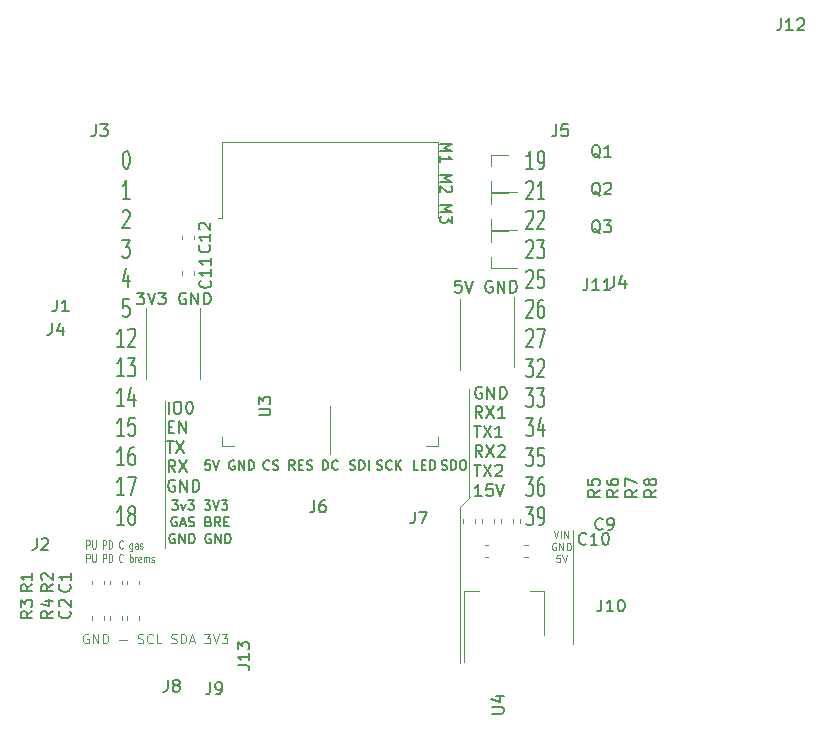
<source format=gbr>
G04 #@! TF.GenerationSoftware,KiCad,Pcbnew,(5.1.2)-1*
G04 #@! TF.CreationDate,2020-03-29T20:21:25+02:00*
G04 #@! TF.ProjectId,bobbycar,626f6262-7963-4617-922e-6b696361645f,rev?*
G04 #@! TF.SameCoordinates,Original*
G04 #@! TF.FileFunction,Legend,Top*
G04 #@! TF.FilePolarity,Positive*
%FSLAX46Y46*%
G04 Gerber Fmt 4.6, Leading zero omitted, Abs format (unit mm)*
G04 Created by KiCad (PCBNEW (5.1.2)-1) date 2020-03-29 20:21:25*
%MOMM*%
%LPD*%
G04 APERTURE LIST*
%ADD10C,0.120000*%
%ADD11C,0.100000*%
%ADD12C,0.150000*%
%ADD13C,0.200000*%
G04 APERTURE END LIST*
D10*
X136600000Y-61000000D02*
X136600000Y-70600000D01*
D11*
X95542857Y-69800000D02*
X95466666Y-69761904D01*
X95352380Y-69761904D01*
X95238095Y-69800000D01*
X95161904Y-69876190D01*
X95123809Y-69952380D01*
X95085714Y-70104761D01*
X95085714Y-70219047D01*
X95123809Y-70371428D01*
X95161904Y-70447619D01*
X95238095Y-70523809D01*
X95352380Y-70561904D01*
X95428571Y-70561904D01*
X95542857Y-70523809D01*
X95580952Y-70485714D01*
X95580952Y-70219047D01*
X95428571Y-70219047D01*
X95923809Y-70561904D02*
X95923809Y-69761904D01*
X96380952Y-70561904D01*
X96380952Y-69761904D01*
X96761904Y-70561904D02*
X96761904Y-69761904D01*
X96952380Y-69761904D01*
X97066666Y-69800000D01*
X97142857Y-69876190D01*
X97180952Y-69952380D01*
X97219047Y-70104761D01*
X97219047Y-70219047D01*
X97180952Y-70371428D01*
X97142857Y-70447619D01*
X97066666Y-70523809D01*
X96952380Y-70561904D01*
X96761904Y-70561904D01*
X98171428Y-70257142D02*
X98780952Y-70257142D01*
X99733333Y-70523809D02*
X99847619Y-70561904D01*
X100038095Y-70561904D01*
X100114285Y-70523809D01*
X100152380Y-70485714D01*
X100190476Y-70409523D01*
X100190476Y-70333333D01*
X100152380Y-70257142D01*
X100114285Y-70219047D01*
X100038095Y-70180952D01*
X99885714Y-70142857D01*
X99809523Y-70104761D01*
X99771428Y-70066666D01*
X99733333Y-69990476D01*
X99733333Y-69914285D01*
X99771428Y-69838095D01*
X99809523Y-69800000D01*
X99885714Y-69761904D01*
X100076190Y-69761904D01*
X100190476Y-69800000D01*
X100990476Y-70485714D02*
X100952380Y-70523809D01*
X100838095Y-70561904D01*
X100761904Y-70561904D01*
X100647619Y-70523809D01*
X100571428Y-70447619D01*
X100533333Y-70371428D01*
X100495238Y-70219047D01*
X100495238Y-70104761D01*
X100533333Y-69952380D01*
X100571428Y-69876190D01*
X100647619Y-69800000D01*
X100761904Y-69761904D01*
X100838095Y-69761904D01*
X100952380Y-69800000D01*
X100990476Y-69838095D01*
X101714285Y-70561904D02*
X101333333Y-70561904D01*
X101333333Y-69761904D01*
X102552380Y-70523809D02*
X102666666Y-70561904D01*
X102857142Y-70561904D01*
X102933333Y-70523809D01*
X102971428Y-70485714D01*
X103009523Y-70409523D01*
X103009523Y-70333333D01*
X102971428Y-70257142D01*
X102933333Y-70219047D01*
X102857142Y-70180952D01*
X102704761Y-70142857D01*
X102628571Y-70104761D01*
X102590476Y-70066666D01*
X102552380Y-69990476D01*
X102552380Y-69914285D01*
X102590476Y-69838095D01*
X102628571Y-69800000D01*
X102704761Y-69761904D01*
X102895238Y-69761904D01*
X103009523Y-69800000D01*
X103352380Y-70561904D02*
X103352380Y-69761904D01*
X103542857Y-69761904D01*
X103657142Y-69800000D01*
X103733333Y-69876190D01*
X103771428Y-69952380D01*
X103809523Y-70104761D01*
X103809523Y-70219047D01*
X103771428Y-70371428D01*
X103733333Y-70447619D01*
X103657142Y-70523809D01*
X103542857Y-70561904D01*
X103352380Y-70561904D01*
X104114285Y-70333333D02*
X104495238Y-70333333D01*
X104038095Y-70561904D02*
X104304761Y-69761904D01*
X104571428Y-70561904D01*
X105371428Y-69761904D02*
X105866666Y-69761904D01*
X105600000Y-70066666D01*
X105714285Y-70066666D01*
X105790476Y-70104761D01*
X105828571Y-70142857D01*
X105866666Y-70219047D01*
X105866666Y-70409523D01*
X105828571Y-70485714D01*
X105790476Y-70523809D01*
X105714285Y-70561904D01*
X105485714Y-70561904D01*
X105409523Y-70523809D01*
X105371428Y-70485714D01*
X106095238Y-69761904D02*
X106361904Y-70561904D01*
X106628571Y-69761904D01*
X106819047Y-69761904D02*
X107314285Y-69761904D01*
X107047619Y-70066666D01*
X107161904Y-70066666D01*
X107238095Y-70104761D01*
X107276190Y-70142857D01*
X107314285Y-70219047D01*
X107314285Y-70409523D01*
X107276190Y-70485714D01*
X107238095Y-70523809D01*
X107161904Y-70561904D01*
X106933333Y-70561904D01*
X106857142Y-70523809D01*
X106819047Y-70485714D01*
D12*
X125347619Y-28300000D02*
X126347619Y-28300000D01*
X125633333Y-28600000D01*
X126347619Y-28900000D01*
X125347619Y-28900000D01*
X125347619Y-29800000D02*
X125347619Y-29285714D01*
X125347619Y-29542857D02*
X126347619Y-29542857D01*
X126204761Y-29457142D01*
X126109523Y-29371428D01*
X126061904Y-29285714D01*
X125347619Y-30871428D02*
X126347619Y-30871428D01*
X125633333Y-31171428D01*
X126347619Y-31471428D01*
X125347619Y-31471428D01*
X126252380Y-31857142D02*
X126300000Y-31900000D01*
X126347619Y-31985714D01*
X126347619Y-32200000D01*
X126300000Y-32285714D01*
X126252380Y-32328571D01*
X126157142Y-32371428D01*
X126061904Y-32371428D01*
X125919047Y-32328571D01*
X125347619Y-31814285D01*
X125347619Y-32371428D01*
X125347619Y-33442857D02*
X126347619Y-33442857D01*
X125633333Y-33742857D01*
X126347619Y-34042857D01*
X125347619Y-34042857D01*
X126347619Y-34385714D02*
X126347619Y-34942857D01*
X125966666Y-34642857D01*
X125966666Y-34771428D01*
X125919047Y-34857142D01*
X125871428Y-34900000D01*
X125776190Y-34942857D01*
X125538095Y-34942857D01*
X125442857Y-34900000D01*
X125395238Y-34857142D01*
X125347619Y-34771428D01*
X125347619Y-34514285D01*
X125395238Y-34428571D01*
X125442857Y-34385714D01*
D10*
X100400000Y-48200000D02*
X100400000Y-42200000D01*
X105000000Y-42200000D02*
X105000000Y-48200000D01*
X131600000Y-47200000D02*
X131600000Y-41200000D01*
X127000000Y-41400000D02*
X127000000Y-47400000D01*
D12*
X127104761Y-39852380D02*
X126628571Y-39852380D01*
X126580952Y-40328571D01*
X126628571Y-40280952D01*
X126723809Y-40233333D01*
X126961904Y-40233333D01*
X127057142Y-40280952D01*
X127104761Y-40328571D01*
X127152380Y-40423809D01*
X127152380Y-40661904D01*
X127104761Y-40757142D01*
X127057142Y-40804761D01*
X126961904Y-40852380D01*
X126723809Y-40852380D01*
X126628571Y-40804761D01*
X126580952Y-40757142D01*
X127438095Y-39852380D02*
X127771428Y-40852380D01*
X128104761Y-39852380D01*
X129723809Y-39900000D02*
X129628571Y-39852380D01*
X129485714Y-39852380D01*
X129342857Y-39900000D01*
X129247619Y-39995238D01*
X129200000Y-40090476D01*
X129152380Y-40280952D01*
X129152380Y-40423809D01*
X129200000Y-40614285D01*
X129247619Y-40709523D01*
X129342857Y-40804761D01*
X129485714Y-40852380D01*
X129580952Y-40852380D01*
X129723809Y-40804761D01*
X129771428Y-40757142D01*
X129771428Y-40423809D01*
X129580952Y-40423809D01*
X130200000Y-40852380D02*
X130200000Y-39852380D01*
X130771428Y-40852380D01*
X130771428Y-39852380D01*
X131247619Y-40852380D02*
X131247619Y-39852380D01*
X131485714Y-39852380D01*
X131628571Y-39900000D01*
X131723809Y-39995238D01*
X131771428Y-40090476D01*
X131819047Y-40280952D01*
X131819047Y-40423809D01*
X131771428Y-40614285D01*
X131723809Y-40709523D01*
X131628571Y-40804761D01*
X131485714Y-40852380D01*
X131247619Y-40852380D01*
X99657142Y-40852380D02*
X100276190Y-40852380D01*
X99942857Y-41233333D01*
X100085714Y-41233333D01*
X100180952Y-41280952D01*
X100228571Y-41328571D01*
X100276190Y-41423809D01*
X100276190Y-41661904D01*
X100228571Y-41757142D01*
X100180952Y-41804761D01*
X100085714Y-41852380D01*
X99800000Y-41852380D01*
X99704761Y-41804761D01*
X99657142Y-41757142D01*
X100561904Y-40852380D02*
X100895238Y-41852380D01*
X101228571Y-40852380D01*
X101466666Y-40852380D02*
X102085714Y-40852380D01*
X101752380Y-41233333D01*
X101895238Y-41233333D01*
X101990476Y-41280952D01*
X102038095Y-41328571D01*
X102085714Y-41423809D01*
X102085714Y-41661904D01*
X102038095Y-41757142D01*
X101990476Y-41804761D01*
X101895238Y-41852380D01*
X101609523Y-41852380D01*
X101514285Y-41804761D01*
X101466666Y-41757142D01*
X103800000Y-40900000D02*
X103704761Y-40852380D01*
X103561904Y-40852380D01*
X103419047Y-40900000D01*
X103323809Y-40995238D01*
X103276190Y-41090476D01*
X103228571Y-41280952D01*
X103228571Y-41423809D01*
X103276190Y-41614285D01*
X103323809Y-41709523D01*
X103419047Y-41804761D01*
X103561904Y-41852380D01*
X103657142Y-41852380D01*
X103800000Y-41804761D01*
X103847619Y-41757142D01*
X103847619Y-41423809D01*
X103657142Y-41423809D01*
X104276190Y-41852380D02*
X104276190Y-40852380D01*
X104847619Y-41852380D01*
X104847619Y-40852380D01*
X105323809Y-41852380D02*
X105323809Y-40852380D01*
X105561904Y-40852380D01*
X105704761Y-40900000D01*
X105800000Y-40995238D01*
X105847619Y-41090476D01*
X105895238Y-41280952D01*
X105895238Y-41423809D01*
X105847619Y-41614285D01*
X105800000Y-41709523D01*
X105704761Y-41804761D01*
X105561904Y-41852380D01*
X105323809Y-41852380D01*
D11*
X95384047Y-62541666D02*
X95384047Y-61841666D01*
X95574523Y-61841666D01*
X95622142Y-61875000D01*
X95645952Y-61908333D01*
X95669761Y-61975000D01*
X95669761Y-62075000D01*
X95645952Y-62141666D01*
X95622142Y-62175000D01*
X95574523Y-62208333D01*
X95384047Y-62208333D01*
X95884047Y-61841666D02*
X95884047Y-62408333D01*
X95907857Y-62475000D01*
X95931666Y-62508333D01*
X95979285Y-62541666D01*
X96074523Y-62541666D01*
X96122142Y-62508333D01*
X96145952Y-62475000D01*
X96169761Y-62408333D01*
X96169761Y-61841666D01*
X96788809Y-62541666D02*
X96788809Y-61841666D01*
X96979285Y-61841666D01*
X97026904Y-61875000D01*
X97050714Y-61908333D01*
X97074523Y-61975000D01*
X97074523Y-62075000D01*
X97050714Y-62141666D01*
X97026904Y-62175000D01*
X96979285Y-62208333D01*
X96788809Y-62208333D01*
X97288809Y-62541666D02*
X97288809Y-61841666D01*
X97407857Y-61841666D01*
X97479285Y-61875000D01*
X97526904Y-61941666D01*
X97550714Y-62008333D01*
X97574523Y-62141666D01*
X97574523Y-62241666D01*
X97550714Y-62375000D01*
X97526904Y-62441666D01*
X97479285Y-62508333D01*
X97407857Y-62541666D01*
X97288809Y-62541666D01*
X98455476Y-62475000D02*
X98431666Y-62508333D01*
X98360238Y-62541666D01*
X98312619Y-62541666D01*
X98241190Y-62508333D01*
X98193571Y-62441666D01*
X98169761Y-62375000D01*
X98145952Y-62241666D01*
X98145952Y-62141666D01*
X98169761Y-62008333D01*
X98193571Y-61941666D01*
X98241190Y-61875000D01*
X98312619Y-61841666D01*
X98360238Y-61841666D01*
X98431666Y-61875000D01*
X98455476Y-61908333D01*
X99265000Y-62075000D02*
X99265000Y-62641666D01*
X99241190Y-62708333D01*
X99217380Y-62741666D01*
X99169761Y-62775000D01*
X99098333Y-62775000D01*
X99050714Y-62741666D01*
X99265000Y-62508333D02*
X99217380Y-62541666D01*
X99122142Y-62541666D01*
X99074523Y-62508333D01*
X99050714Y-62475000D01*
X99026904Y-62408333D01*
X99026904Y-62208333D01*
X99050714Y-62141666D01*
X99074523Y-62108333D01*
X99122142Y-62075000D01*
X99217380Y-62075000D01*
X99265000Y-62108333D01*
X99717380Y-62541666D02*
X99717380Y-62175000D01*
X99693571Y-62108333D01*
X99645952Y-62075000D01*
X99550714Y-62075000D01*
X99503095Y-62108333D01*
X99717380Y-62508333D02*
X99669761Y-62541666D01*
X99550714Y-62541666D01*
X99503095Y-62508333D01*
X99479285Y-62441666D01*
X99479285Y-62375000D01*
X99503095Y-62308333D01*
X99550714Y-62275000D01*
X99669761Y-62275000D01*
X99717380Y-62241666D01*
X99931666Y-62508333D02*
X99979285Y-62541666D01*
X100074523Y-62541666D01*
X100122142Y-62508333D01*
X100145952Y-62441666D01*
X100145952Y-62408333D01*
X100122142Y-62341666D01*
X100074523Y-62308333D01*
X100003095Y-62308333D01*
X99955476Y-62275000D01*
X99931666Y-62208333D01*
X99931666Y-62175000D01*
X99955476Y-62108333D01*
X100003095Y-62075000D01*
X100074523Y-62075000D01*
X100122142Y-62108333D01*
X95384047Y-63691666D02*
X95384047Y-62991666D01*
X95574523Y-62991666D01*
X95622142Y-63025000D01*
X95645952Y-63058333D01*
X95669761Y-63125000D01*
X95669761Y-63225000D01*
X95645952Y-63291666D01*
X95622142Y-63325000D01*
X95574523Y-63358333D01*
X95384047Y-63358333D01*
X95884047Y-62991666D02*
X95884047Y-63558333D01*
X95907857Y-63625000D01*
X95931666Y-63658333D01*
X95979285Y-63691666D01*
X96074523Y-63691666D01*
X96122142Y-63658333D01*
X96145952Y-63625000D01*
X96169761Y-63558333D01*
X96169761Y-62991666D01*
X96788809Y-63691666D02*
X96788809Y-62991666D01*
X96979285Y-62991666D01*
X97026904Y-63025000D01*
X97050714Y-63058333D01*
X97074523Y-63125000D01*
X97074523Y-63225000D01*
X97050714Y-63291666D01*
X97026904Y-63325000D01*
X96979285Y-63358333D01*
X96788809Y-63358333D01*
X97288809Y-63691666D02*
X97288809Y-62991666D01*
X97407857Y-62991666D01*
X97479285Y-63025000D01*
X97526904Y-63091666D01*
X97550714Y-63158333D01*
X97574523Y-63291666D01*
X97574523Y-63391666D01*
X97550714Y-63525000D01*
X97526904Y-63591666D01*
X97479285Y-63658333D01*
X97407857Y-63691666D01*
X97288809Y-63691666D01*
X98455476Y-63625000D02*
X98431666Y-63658333D01*
X98360238Y-63691666D01*
X98312619Y-63691666D01*
X98241190Y-63658333D01*
X98193571Y-63591666D01*
X98169761Y-63525000D01*
X98145952Y-63391666D01*
X98145952Y-63291666D01*
X98169761Y-63158333D01*
X98193571Y-63091666D01*
X98241190Y-63025000D01*
X98312619Y-62991666D01*
X98360238Y-62991666D01*
X98431666Y-63025000D01*
X98455476Y-63058333D01*
X99050714Y-63691666D02*
X99050714Y-62991666D01*
X99050714Y-63258333D02*
X99098333Y-63225000D01*
X99193571Y-63225000D01*
X99241190Y-63258333D01*
X99265000Y-63291666D01*
X99288809Y-63358333D01*
X99288809Y-63558333D01*
X99265000Y-63625000D01*
X99241190Y-63658333D01*
X99193571Y-63691666D01*
X99098333Y-63691666D01*
X99050714Y-63658333D01*
X99503095Y-63691666D02*
X99503095Y-63225000D01*
X99503095Y-63358333D02*
X99526904Y-63291666D01*
X99550714Y-63258333D01*
X99598333Y-63225000D01*
X99645952Y-63225000D01*
X100003095Y-63658333D02*
X99955476Y-63691666D01*
X99860238Y-63691666D01*
X99812619Y-63658333D01*
X99788809Y-63591666D01*
X99788809Y-63325000D01*
X99812619Y-63258333D01*
X99860238Y-63225000D01*
X99955476Y-63225000D01*
X100003095Y-63258333D01*
X100026904Y-63325000D01*
X100026904Y-63391666D01*
X99788809Y-63458333D01*
X100241190Y-63691666D02*
X100241190Y-63225000D01*
X100241190Y-63291666D02*
X100265000Y-63258333D01*
X100312619Y-63225000D01*
X100384047Y-63225000D01*
X100431666Y-63258333D01*
X100455476Y-63325000D01*
X100455476Y-63691666D01*
X100455476Y-63325000D02*
X100479285Y-63258333D01*
X100526904Y-63225000D01*
X100598333Y-63225000D01*
X100645952Y-63258333D01*
X100669761Y-63325000D01*
X100669761Y-63691666D01*
X100884047Y-63658333D02*
X100931666Y-63691666D01*
X101026904Y-63691666D01*
X101074523Y-63658333D01*
X101098333Y-63591666D01*
X101098333Y-63558333D01*
X101074523Y-63491666D01*
X101026904Y-63458333D01*
X100955476Y-63458333D01*
X100907857Y-63425000D01*
X100884047Y-63358333D01*
X100884047Y-63325000D01*
X100907857Y-63258333D01*
X100955476Y-63225000D01*
X101026904Y-63225000D01*
X101074523Y-63258333D01*
D10*
X102000000Y-50000000D02*
X102000000Y-62500000D01*
D12*
X102335595Y-51102380D02*
X102335595Y-50102380D01*
X103002261Y-50102380D02*
X103192738Y-50102380D01*
X103287976Y-50150000D01*
X103383214Y-50245238D01*
X103430833Y-50435714D01*
X103430833Y-50769047D01*
X103383214Y-50959523D01*
X103287976Y-51054761D01*
X103192738Y-51102380D01*
X103002261Y-51102380D01*
X102907023Y-51054761D01*
X102811785Y-50959523D01*
X102764166Y-50769047D01*
X102764166Y-50435714D01*
X102811785Y-50245238D01*
X102907023Y-50150000D01*
X103002261Y-50102380D01*
X104049880Y-50102380D02*
X104145119Y-50102380D01*
X104240357Y-50150000D01*
X104287976Y-50197619D01*
X104335595Y-50292857D01*
X104383214Y-50483333D01*
X104383214Y-50721428D01*
X104335595Y-50911904D01*
X104287976Y-51007142D01*
X104240357Y-51054761D01*
X104145119Y-51102380D01*
X104049880Y-51102380D01*
X103954642Y-51054761D01*
X103907023Y-51007142D01*
X103859404Y-50911904D01*
X103811785Y-50721428D01*
X103811785Y-50483333D01*
X103859404Y-50292857D01*
X103907023Y-50197619D01*
X103954642Y-50150000D01*
X104049880Y-50102380D01*
X102335595Y-52228571D02*
X102668928Y-52228571D01*
X102811785Y-52752380D02*
X102335595Y-52752380D01*
X102335595Y-51752380D01*
X102811785Y-51752380D01*
X103240357Y-52752380D02*
X103240357Y-51752380D01*
X103811785Y-52752380D01*
X103811785Y-51752380D01*
X102192738Y-53402380D02*
X102764166Y-53402380D01*
X102478452Y-54402380D02*
X102478452Y-53402380D01*
X103002261Y-53402380D02*
X103668928Y-54402380D01*
X103668928Y-53402380D02*
X103002261Y-54402380D01*
X102907023Y-56052380D02*
X102573690Y-55576190D01*
X102335595Y-56052380D02*
X102335595Y-55052380D01*
X102716547Y-55052380D01*
X102811785Y-55100000D01*
X102859404Y-55147619D01*
X102907023Y-55242857D01*
X102907023Y-55385714D01*
X102859404Y-55480952D01*
X102811785Y-55528571D01*
X102716547Y-55576190D01*
X102335595Y-55576190D01*
X103240357Y-55052380D02*
X103907023Y-56052380D01*
X103907023Y-55052380D02*
X103240357Y-56052380D01*
X102859404Y-56750000D02*
X102764166Y-56702380D01*
X102621309Y-56702380D01*
X102478452Y-56750000D01*
X102383214Y-56845238D01*
X102335595Y-56940476D01*
X102287976Y-57130952D01*
X102287976Y-57273809D01*
X102335595Y-57464285D01*
X102383214Y-57559523D01*
X102478452Y-57654761D01*
X102621309Y-57702380D01*
X102716547Y-57702380D01*
X102859404Y-57654761D01*
X102907023Y-57607142D01*
X102907023Y-57273809D01*
X102716547Y-57273809D01*
X103335595Y-57702380D02*
X103335595Y-56702380D01*
X103907023Y-57702380D01*
X103907023Y-56702380D01*
X104383214Y-57702380D02*
X104383214Y-56702380D01*
X104621309Y-56702380D01*
X104764166Y-56750000D01*
X104859404Y-56845238D01*
X104907023Y-56940476D01*
X104954642Y-57130952D01*
X104954642Y-57273809D01*
X104907023Y-57464285D01*
X104859404Y-57559523D01*
X104764166Y-57654761D01*
X104621309Y-57702380D01*
X104383214Y-57702380D01*
D10*
X127000000Y-59000000D02*
X127000000Y-72250000D01*
X127750000Y-49000000D02*
X127750000Y-58250000D01*
X127000000Y-59000000D02*
X127750000Y-58250000D01*
D11*
X134942857Y-61071428D02*
X135142857Y-61671428D01*
X135342857Y-61071428D01*
X135542857Y-61671428D02*
X135542857Y-61071428D01*
X135828571Y-61671428D02*
X135828571Y-61071428D01*
X136171428Y-61671428D01*
X136171428Y-61071428D01*
X135142857Y-62100000D02*
X135085714Y-62071428D01*
X135000000Y-62071428D01*
X134914285Y-62100000D01*
X134857142Y-62157142D01*
X134828571Y-62214285D01*
X134800000Y-62328571D01*
X134800000Y-62414285D01*
X134828571Y-62528571D01*
X134857142Y-62585714D01*
X134914285Y-62642857D01*
X135000000Y-62671428D01*
X135057142Y-62671428D01*
X135142857Y-62642857D01*
X135171428Y-62614285D01*
X135171428Y-62414285D01*
X135057142Y-62414285D01*
X135428571Y-62671428D02*
X135428571Y-62071428D01*
X135771428Y-62671428D01*
X135771428Y-62071428D01*
X136057142Y-62671428D02*
X136057142Y-62071428D01*
X136200000Y-62071428D01*
X136285714Y-62100000D01*
X136342857Y-62157142D01*
X136371428Y-62214285D01*
X136400000Y-62328571D01*
X136400000Y-62414285D01*
X136371428Y-62528571D01*
X136342857Y-62585714D01*
X136285714Y-62642857D01*
X136200000Y-62671428D01*
X136057142Y-62671428D01*
X135485714Y-63071428D02*
X135200000Y-63071428D01*
X135171428Y-63357142D01*
X135200000Y-63328571D01*
X135257142Y-63300000D01*
X135400000Y-63300000D01*
X135457142Y-63328571D01*
X135485714Y-63357142D01*
X135514285Y-63414285D01*
X135514285Y-63557142D01*
X135485714Y-63614285D01*
X135457142Y-63642857D01*
X135400000Y-63671428D01*
X135257142Y-63671428D01*
X135200000Y-63642857D01*
X135171428Y-63614285D01*
X135685714Y-63071428D02*
X135885714Y-63671428D01*
X136085714Y-63071428D01*
D12*
X128859404Y-48875000D02*
X128764166Y-48827380D01*
X128621309Y-48827380D01*
X128478452Y-48875000D01*
X128383214Y-48970238D01*
X128335595Y-49065476D01*
X128287976Y-49255952D01*
X128287976Y-49398809D01*
X128335595Y-49589285D01*
X128383214Y-49684523D01*
X128478452Y-49779761D01*
X128621309Y-49827380D01*
X128716547Y-49827380D01*
X128859404Y-49779761D01*
X128907023Y-49732142D01*
X128907023Y-49398809D01*
X128716547Y-49398809D01*
X129335595Y-49827380D02*
X129335595Y-48827380D01*
X129907023Y-49827380D01*
X129907023Y-48827380D01*
X130383214Y-49827380D02*
X130383214Y-48827380D01*
X130621309Y-48827380D01*
X130764166Y-48875000D01*
X130859404Y-48970238D01*
X130907023Y-49065476D01*
X130954642Y-49255952D01*
X130954642Y-49398809D01*
X130907023Y-49589285D01*
X130859404Y-49684523D01*
X130764166Y-49779761D01*
X130621309Y-49827380D01*
X130383214Y-49827380D01*
X128907023Y-51477380D02*
X128573690Y-51001190D01*
X128335595Y-51477380D02*
X128335595Y-50477380D01*
X128716547Y-50477380D01*
X128811785Y-50525000D01*
X128859404Y-50572619D01*
X128907023Y-50667857D01*
X128907023Y-50810714D01*
X128859404Y-50905952D01*
X128811785Y-50953571D01*
X128716547Y-51001190D01*
X128335595Y-51001190D01*
X129240357Y-50477380D02*
X129907023Y-51477380D01*
X129907023Y-50477380D02*
X129240357Y-51477380D01*
X130811785Y-51477380D02*
X130240357Y-51477380D01*
X130526071Y-51477380D02*
X130526071Y-50477380D01*
X130430833Y-50620238D01*
X130335595Y-50715476D01*
X130240357Y-50763095D01*
X128192738Y-52127380D02*
X128764166Y-52127380D01*
X128478452Y-53127380D02*
X128478452Y-52127380D01*
X129002261Y-52127380D02*
X129668928Y-53127380D01*
X129668928Y-52127380D02*
X129002261Y-53127380D01*
X130573690Y-53127380D02*
X130002261Y-53127380D01*
X130287976Y-53127380D02*
X130287976Y-52127380D01*
X130192738Y-52270238D01*
X130097500Y-52365476D01*
X130002261Y-52413095D01*
X128907023Y-54777380D02*
X128573690Y-54301190D01*
X128335595Y-54777380D02*
X128335595Y-53777380D01*
X128716547Y-53777380D01*
X128811785Y-53825000D01*
X128859404Y-53872619D01*
X128907023Y-53967857D01*
X128907023Y-54110714D01*
X128859404Y-54205952D01*
X128811785Y-54253571D01*
X128716547Y-54301190D01*
X128335595Y-54301190D01*
X129240357Y-53777380D02*
X129907023Y-54777380D01*
X129907023Y-53777380D02*
X129240357Y-54777380D01*
X130240357Y-53872619D02*
X130287976Y-53825000D01*
X130383214Y-53777380D01*
X130621309Y-53777380D01*
X130716547Y-53825000D01*
X130764166Y-53872619D01*
X130811785Y-53967857D01*
X130811785Y-54063095D01*
X130764166Y-54205952D01*
X130192738Y-54777380D01*
X130811785Y-54777380D01*
X128192738Y-55427380D02*
X128764166Y-55427380D01*
X128478452Y-56427380D02*
X128478452Y-55427380D01*
X129002261Y-55427380D02*
X129668928Y-56427380D01*
X129668928Y-55427380D02*
X129002261Y-56427380D01*
X130002261Y-55522619D02*
X130049880Y-55475000D01*
X130145119Y-55427380D01*
X130383214Y-55427380D01*
X130478452Y-55475000D01*
X130526071Y-55522619D01*
X130573690Y-55617857D01*
X130573690Y-55713095D01*
X130526071Y-55855952D01*
X129954642Y-56427380D01*
X130573690Y-56427380D01*
X128859404Y-58077380D02*
X128287976Y-58077380D01*
X128573690Y-58077380D02*
X128573690Y-57077380D01*
X128478452Y-57220238D01*
X128383214Y-57315476D01*
X128287976Y-57363095D01*
X129764166Y-57077380D02*
X129287976Y-57077380D01*
X129240357Y-57553571D01*
X129287976Y-57505952D01*
X129383214Y-57458333D01*
X129621309Y-57458333D01*
X129716547Y-57505952D01*
X129764166Y-57553571D01*
X129811785Y-57648809D01*
X129811785Y-57886904D01*
X129764166Y-57982142D01*
X129716547Y-58029761D01*
X129621309Y-58077380D01*
X129383214Y-58077380D01*
X129287976Y-58029761D01*
X129240357Y-57982142D01*
X130097500Y-57077380D02*
X130430833Y-58077380D01*
X130764166Y-57077380D01*
D13*
X102638095Y-58461904D02*
X103133333Y-58461904D01*
X102866666Y-58766666D01*
X102980952Y-58766666D01*
X103057142Y-58804761D01*
X103095238Y-58842857D01*
X103133333Y-58919047D01*
X103133333Y-59109523D01*
X103095238Y-59185714D01*
X103057142Y-59223809D01*
X102980952Y-59261904D01*
X102752380Y-59261904D01*
X102676190Y-59223809D01*
X102638095Y-59185714D01*
X103400000Y-58728571D02*
X103590476Y-59261904D01*
X103780952Y-58728571D01*
X104009523Y-58461904D02*
X104504761Y-58461904D01*
X104238095Y-58766666D01*
X104352380Y-58766666D01*
X104428571Y-58804761D01*
X104466666Y-58842857D01*
X104504761Y-58919047D01*
X104504761Y-59109523D01*
X104466666Y-59185714D01*
X104428571Y-59223809D01*
X104352380Y-59261904D01*
X104123809Y-59261904D01*
X104047619Y-59223809D01*
X104009523Y-59185714D01*
X105380952Y-58461904D02*
X105876190Y-58461904D01*
X105609523Y-58766666D01*
X105723809Y-58766666D01*
X105800000Y-58804761D01*
X105838095Y-58842857D01*
X105876190Y-58919047D01*
X105876190Y-59109523D01*
X105838095Y-59185714D01*
X105800000Y-59223809D01*
X105723809Y-59261904D01*
X105495238Y-59261904D01*
X105419047Y-59223809D01*
X105380952Y-59185714D01*
X106104761Y-58461904D02*
X106371428Y-59261904D01*
X106638095Y-58461904D01*
X106828571Y-58461904D02*
X107323809Y-58461904D01*
X107057142Y-58766666D01*
X107171428Y-58766666D01*
X107247619Y-58804761D01*
X107285714Y-58842857D01*
X107323809Y-58919047D01*
X107323809Y-59109523D01*
X107285714Y-59185714D01*
X107247619Y-59223809D01*
X107171428Y-59261904D01*
X106942857Y-59261904D01*
X106866666Y-59223809D01*
X106828571Y-59185714D01*
X103019047Y-59900000D02*
X102942857Y-59861904D01*
X102828571Y-59861904D01*
X102714285Y-59900000D01*
X102638095Y-59976190D01*
X102600000Y-60052380D01*
X102561904Y-60204761D01*
X102561904Y-60319047D01*
X102600000Y-60471428D01*
X102638095Y-60547619D01*
X102714285Y-60623809D01*
X102828571Y-60661904D01*
X102904761Y-60661904D01*
X103019047Y-60623809D01*
X103057142Y-60585714D01*
X103057142Y-60319047D01*
X102904761Y-60319047D01*
X103361904Y-60433333D02*
X103742857Y-60433333D01*
X103285714Y-60661904D02*
X103552380Y-59861904D01*
X103819047Y-60661904D01*
X104047619Y-60623809D02*
X104161904Y-60661904D01*
X104352380Y-60661904D01*
X104428571Y-60623809D01*
X104466666Y-60585714D01*
X104504761Y-60509523D01*
X104504761Y-60433333D01*
X104466666Y-60357142D01*
X104428571Y-60319047D01*
X104352380Y-60280952D01*
X104200000Y-60242857D01*
X104123809Y-60204761D01*
X104085714Y-60166666D01*
X104047619Y-60090476D01*
X104047619Y-60014285D01*
X104085714Y-59938095D01*
X104123809Y-59900000D01*
X104200000Y-59861904D01*
X104390476Y-59861904D01*
X104504761Y-59900000D01*
X105723809Y-60242857D02*
X105838095Y-60280952D01*
X105876190Y-60319047D01*
X105914285Y-60395238D01*
X105914285Y-60509523D01*
X105876190Y-60585714D01*
X105838095Y-60623809D01*
X105761904Y-60661904D01*
X105457142Y-60661904D01*
X105457142Y-59861904D01*
X105723809Y-59861904D01*
X105800000Y-59900000D01*
X105838095Y-59938095D01*
X105876190Y-60014285D01*
X105876190Y-60090476D01*
X105838095Y-60166666D01*
X105800000Y-60204761D01*
X105723809Y-60242857D01*
X105457142Y-60242857D01*
X106714285Y-60661904D02*
X106447619Y-60280952D01*
X106257142Y-60661904D02*
X106257142Y-59861904D01*
X106561904Y-59861904D01*
X106638095Y-59900000D01*
X106676190Y-59938095D01*
X106714285Y-60014285D01*
X106714285Y-60128571D01*
X106676190Y-60204761D01*
X106638095Y-60242857D01*
X106561904Y-60280952D01*
X106257142Y-60280952D01*
X107057142Y-60242857D02*
X107323809Y-60242857D01*
X107438095Y-60661904D02*
X107057142Y-60661904D01*
X107057142Y-59861904D01*
X107438095Y-59861904D01*
X102866666Y-61300000D02*
X102790476Y-61261904D01*
X102676190Y-61261904D01*
X102561904Y-61300000D01*
X102485714Y-61376190D01*
X102447619Y-61452380D01*
X102409523Y-61604761D01*
X102409523Y-61719047D01*
X102447619Y-61871428D01*
X102485714Y-61947619D01*
X102561904Y-62023809D01*
X102676190Y-62061904D01*
X102752380Y-62061904D01*
X102866666Y-62023809D01*
X102904761Y-61985714D01*
X102904761Y-61719047D01*
X102752380Y-61719047D01*
X103247619Y-62061904D02*
X103247619Y-61261904D01*
X103704761Y-62061904D01*
X103704761Y-61261904D01*
X104085714Y-62061904D02*
X104085714Y-61261904D01*
X104276190Y-61261904D01*
X104390476Y-61300000D01*
X104466666Y-61376190D01*
X104504761Y-61452380D01*
X104542857Y-61604761D01*
X104542857Y-61719047D01*
X104504761Y-61871428D01*
X104466666Y-61947619D01*
X104390476Y-62023809D01*
X104276190Y-62061904D01*
X104085714Y-62061904D01*
X105914285Y-61300000D02*
X105838095Y-61261904D01*
X105723809Y-61261904D01*
X105609523Y-61300000D01*
X105533333Y-61376190D01*
X105495238Y-61452380D01*
X105457142Y-61604761D01*
X105457142Y-61719047D01*
X105495238Y-61871428D01*
X105533333Y-61947619D01*
X105609523Y-62023809D01*
X105723809Y-62061904D01*
X105800000Y-62061904D01*
X105914285Y-62023809D01*
X105952380Y-61985714D01*
X105952380Y-61719047D01*
X105800000Y-61719047D01*
X106295238Y-62061904D02*
X106295238Y-61261904D01*
X106752380Y-62061904D01*
X106752380Y-61261904D01*
X107133333Y-62061904D02*
X107133333Y-61261904D01*
X107323809Y-61261904D01*
X107438095Y-61300000D01*
X107514285Y-61376190D01*
X107552380Y-61452380D01*
X107590476Y-61604761D01*
X107590476Y-61719047D01*
X107552380Y-61871428D01*
X107514285Y-61947619D01*
X107438095Y-62023809D01*
X107323809Y-62061904D01*
X107133333Y-62061904D01*
D12*
X125452380Y-55823809D02*
X125566666Y-55861904D01*
X125757142Y-55861904D01*
X125833333Y-55823809D01*
X125871428Y-55785714D01*
X125909523Y-55709523D01*
X125909523Y-55633333D01*
X125871428Y-55557142D01*
X125833333Y-55519047D01*
X125757142Y-55480952D01*
X125604761Y-55442857D01*
X125528571Y-55404761D01*
X125490476Y-55366666D01*
X125452380Y-55290476D01*
X125452380Y-55214285D01*
X125490476Y-55138095D01*
X125528571Y-55100000D01*
X125604761Y-55061904D01*
X125795238Y-55061904D01*
X125909523Y-55100000D01*
X126252380Y-55861904D02*
X126252380Y-55061904D01*
X126442857Y-55061904D01*
X126557142Y-55100000D01*
X126633333Y-55176190D01*
X126671428Y-55252380D01*
X126709523Y-55404761D01*
X126709523Y-55519047D01*
X126671428Y-55671428D01*
X126633333Y-55747619D01*
X126557142Y-55823809D01*
X126442857Y-55861904D01*
X126252380Y-55861904D01*
X127204761Y-55061904D02*
X127357142Y-55061904D01*
X127433333Y-55100000D01*
X127509523Y-55176190D01*
X127547619Y-55328571D01*
X127547619Y-55595238D01*
X127509523Y-55747619D01*
X127433333Y-55823809D01*
X127357142Y-55861904D01*
X127204761Y-55861904D01*
X127128571Y-55823809D01*
X127052380Y-55747619D01*
X127014285Y-55595238D01*
X127014285Y-55328571D01*
X127052380Y-55176190D01*
X127128571Y-55100000D01*
X127204761Y-55061904D01*
X123485714Y-55861904D02*
X123104761Y-55861904D01*
X123104761Y-55061904D01*
X123752380Y-55442857D02*
X124019047Y-55442857D01*
X124133333Y-55861904D02*
X123752380Y-55861904D01*
X123752380Y-55061904D01*
X124133333Y-55061904D01*
X124476190Y-55861904D02*
X124476190Y-55061904D01*
X124666666Y-55061904D01*
X124780952Y-55100000D01*
X124857142Y-55176190D01*
X124895238Y-55252380D01*
X124933333Y-55404761D01*
X124933333Y-55519047D01*
X124895238Y-55671428D01*
X124857142Y-55747619D01*
X124780952Y-55823809D01*
X124666666Y-55861904D01*
X124476190Y-55861904D01*
X119971428Y-55823809D02*
X120085714Y-55861904D01*
X120276190Y-55861904D01*
X120352380Y-55823809D01*
X120390476Y-55785714D01*
X120428571Y-55709523D01*
X120428571Y-55633333D01*
X120390476Y-55557142D01*
X120352380Y-55519047D01*
X120276190Y-55480952D01*
X120123809Y-55442857D01*
X120047619Y-55404761D01*
X120009523Y-55366666D01*
X119971428Y-55290476D01*
X119971428Y-55214285D01*
X120009523Y-55138095D01*
X120047619Y-55100000D01*
X120123809Y-55061904D01*
X120314285Y-55061904D01*
X120428571Y-55100000D01*
X121228571Y-55785714D02*
X121190476Y-55823809D01*
X121076190Y-55861904D01*
X121000000Y-55861904D01*
X120885714Y-55823809D01*
X120809523Y-55747619D01*
X120771428Y-55671428D01*
X120733333Y-55519047D01*
X120733333Y-55404761D01*
X120771428Y-55252380D01*
X120809523Y-55176190D01*
X120885714Y-55100000D01*
X121000000Y-55061904D01*
X121076190Y-55061904D01*
X121190476Y-55100000D01*
X121228571Y-55138095D01*
X121571428Y-55861904D02*
X121571428Y-55061904D01*
X122028571Y-55861904D02*
X121685714Y-55404761D01*
X122028571Y-55061904D02*
X121571428Y-55519047D01*
X117680952Y-55823809D02*
X117795238Y-55861904D01*
X117985714Y-55861904D01*
X118061904Y-55823809D01*
X118100000Y-55785714D01*
X118138095Y-55709523D01*
X118138095Y-55633333D01*
X118100000Y-55557142D01*
X118061904Y-55519047D01*
X117985714Y-55480952D01*
X117833333Y-55442857D01*
X117757142Y-55404761D01*
X117719047Y-55366666D01*
X117680952Y-55290476D01*
X117680952Y-55214285D01*
X117719047Y-55138095D01*
X117757142Y-55100000D01*
X117833333Y-55061904D01*
X118023809Y-55061904D01*
X118138095Y-55100000D01*
X118480952Y-55861904D02*
X118480952Y-55061904D01*
X118671428Y-55061904D01*
X118785714Y-55100000D01*
X118861904Y-55176190D01*
X118900000Y-55252380D01*
X118938095Y-55404761D01*
X118938095Y-55519047D01*
X118900000Y-55671428D01*
X118861904Y-55747619D01*
X118785714Y-55823809D01*
X118671428Y-55861904D01*
X118480952Y-55861904D01*
X119280952Y-55861904D02*
X119280952Y-55061904D01*
X115390476Y-55861904D02*
X115390476Y-55061904D01*
X115580952Y-55061904D01*
X115695238Y-55100000D01*
X115771428Y-55176190D01*
X115809523Y-55252380D01*
X115847619Y-55404761D01*
X115847619Y-55519047D01*
X115809523Y-55671428D01*
X115771428Y-55747619D01*
X115695238Y-55823809D01*
X115580952Y-55861904D01*
X115390476Y-55861904D01*
X116647619Y-55785714D02*
X116609523Y-55823809D01*
X116495238Y-55861904D01*
X116419047Y-55861904D01*
X116304761Y-55823809D01*
X116228571Y-55747619D01*
X116190476Y-55671428D01*
X116152380Y-55519047D01*
X116152380Y-55404761D01*
X116190476Y-55252380D01*
X116228571Y-55176190D01*
X116304761Y-55100000D01*
X116419047Y-55061904D01*
X116495238Y-55061904D01*
X116609523Y-55100000D01*
X116647619Y-55138095D01*
X113004761Y-55861904D02*
X112738095Y-55480952D01*
X112547619Y-55861904D02*
X112547619Y-55061904D01*
X112852380Y-55061904D01*
X112928571Y-55100000D01*
X112966666Y-55138095D01*
X113004761Y-55214285D01*
X113004761Y-55328571D01*
X112966666Y-55404761D01*
X112928571Y-55442857D01*
X112852380Y-55480952D01*
X112547619Y-55480952D01*
X113347619Y-55442857D02*
X113614285Y-55442857D01*
X113728571Y-55861904D02*
X113347619Y-55861904D01*
X113347619Y-55061904D01*
X113728571Y-55061904D01*
X114033333Y-55823809D02*
X114147619Y-55861904D01*
X114338095Y-55861904D01*
X114414285Y-55823809D01*
X114452380Y-55785714D01*
X114490476Y-55709523D01*
X114490476Y-55633333D01*
X114452380Y-55557142D01*
X114414285Y-55519047D01*
X114338095Y-55480952D01*
X114185714Y-55442857D01*
X114109523Y-55404761D01*
X114071428Y-55366666D01*
X114033333Y-55290476D01*
X114033333Y-55214285D01*
X114071428Y-55138095D01*
X114109523Y-55100000D01*
X114185714Y-55061904D01*
X114376190Y-55061904D01*
X114490476Y-55100000D01*
X110866666Y-55785714D02*
X110828571Y-55823809D01*
X110714285Y-55861904D01*
X110638095Y-55861904D01*
X110523809Y-55823809D01*
X110447619Y-55747619D01*
X110409523Y-55671428D01*
X110371428Y-55519047D01*
X110371428Y-55404761D01*
X110409523Y-55252380D01*
X110447619Y-55176190D01*
X110523809Y-55100000D01*
X110638095Y-55061904D01*
X110714285Y-55061904D01*
X110828571Y-55100000D01*
X110866666Y-55138095D01*
X111171428Y-55823809D02*
X111285714Y-55861904D01*
X111476190Y-55861904D01*
X111552380Y-55823809D01*
X111590476Y-55785714D01*
X111628571Y-55709523D01*
X111628571Y-55633333D01*
X111590476Y-55557142D01*
X111552380Y-55519047D01*
X111476190Y-55480952D01*
X111323809Y-55442857D01*
X111247619Y-55404761D01*
X111209523Y-55366666D01*
X111171428Y-55290476D01*
X111171428Y-55214285D01*
X111209523Y-55138095D01*
X111247619Y-55100000D01*
X111323809Y-55061904D01*
X111514285Y-55061904D01*
X111628571Y-55100000D01*
X107890476Y-55100000D02*
X107814285Y-55061904D01*
X107700000Y-55061904D01*
X107585714Y-55100000D01*
X107509523Y-55176190D01*
X107471428Y-55252380D01*
X107433333Y-55404761D01*
X107433333Y-55519047D01*
X107471428Y-55671428D01*
X107509523Y-55747619D01*
X107585714Y-55823809D01*
X107700000Y-55861904D01*
X107776190Y-55861904D01*
X107890476Y-55823809D01*
X107928571Y-55785714D01*
X107928571Y-55519047D01*
X107776190Y-55519047D01*
X108271428Y-55861904D02*
X108271428Y-55061904D01*
X108728571Y-55861904D01*
X108728571Y-55061904D01*
X109109523Y-55861904D02*
X109109523Y-55061904D01*
X109300000Y-55061904D01*
X109414285Y-55100000D01*
X109490476Y-55176190D01*
X109528571Y-55252380D01*
X109566666Y-55404761D01*
X109566666Y-55519047D01*
X109528571Y-55671428D01*
X109490476Y-55747619D01*
X109414285Y-55823809D01*
X109300000Y-55861904D01*
X109109523Y-55861904D01*
X105847619Y-55061904D02*
X105466666Y-55061904D01*
X105428571Y-55442857D01*
X105466666Y-55404761D01*
X105542857Y-55366666D01*
X105733333Y-55366666D01*
X105809523Y-55404761D01*
X105847619Y-55442857D01*
X105885714Y-55519047D01*
X105885714Y-55709523D01*
X105847619Y-55785714D01*
X105809523Y-55823809D01*
X105733333Y-55861904D01*
X105542857Y-55861904D01*
X105466666Y-55823809D01*
X105428571Y-55785714D01*
X106114285Y-55061904D02*
X106380952Y-55861904D01*
X106647619Y-55061904D01*
D13*
X133209523Y-30436666D02*
X132638095Y-30436666D01*
X132923809Y-30436666D02*
X132923809Y-28896666D01*
X132828571Y-29116666D01*
X132733333Y-29263333D01*
X132638095Y-29336666D01*
X133685714Y-30436666D02*
X133876190Y-30436666D01*
X133971428Y-30363333D01*
X134019047Y-30290000D01*
X134114285Y-30070000D01*
X134161904Y-29776666D01*
X134161904Y-29190000D01*
X134114285Y-29043333D01*
X134066666Y-28970000D01*
X133971428Y-28896666D01*
X133780952Y-28896666D01*
X133685714Y-28970000D01*
X133638095Y-29043333D01*
X133590476Y-29190000D01*
X133590476Y-29556666D01*
X133638095Y-29703333D01*
X133685714Y-29776666D01*
X133780952Y-29850000D01*
X133971428Y-29850000D01*
X134066666Y-29776666D01*
X134114285Y-29703333D01*
X134161904Y-29556666D01*
X132638095Y-31553333D02*
X132685714Y-31480000D01*
X132780952Y-31406666D01*
X133019047Y-31406666D01*
X133114285Y-31480000D01*
X133161904Y-31553333D01*
X133209523Y-31700000D01*
X133209523Y-31846666D01*
X133161904Y-32066666D01*
X132590476Y-32946666D01*
X133209523Y-32946666D01*
X134161904Y-32946666D02*
X133590476Y-32946666D01*
X133876190Y-32946666D02*
X133876190Y-31406666D01*
X133780952Y-31626666D01*
X133685714Y-31773333D01*
X133590476Y-31846666D01*
X132638095Y-34063333D02*
X132685714Y-33990000D01*
X132780952Y-33916666D01*
X133019047Y-33916666D01*
X133114285Y-33990000D01*
X133161904Y-34063333D01*
X133209523Y-34210000D01*
X133209523Y-34356666D01*
X133161904Y-34576666D01*
X132590476Y-35456666D01*
X133209523Y-35456666D01*
X133590476Y-34063333D02*
X133638095Y-33990000D01*
X133733333Y-33916666D01*
X133971428Y-33916666D01*
X134066666Y-33990000D01*
X134114285Y-34063333D01*
X134161904Y-34210000D01*
X134161904Y-34356666D01*
X134114285Y-34576666D01*
X133542857Y-35456666D01*
X134161904Y-35456666D01*
X132638095Y-36573333D02*
X132685714Y-36500000D01*
X132780952Y-36426666D01*
X133019047Y-36426666D01*
X133114285Y-36500000D01*
X133161904Y-36573333D01*
X133209523Y-36720000D01*
X133209523Y-36866666D01*
X133161904Y-37086666D01*
X132590476Y-37966666D01*
X133209523Y-37966666D01*
X133542857Y-36426666D02*
X134161904Y-36426666D01*
X133828571Y-37013333D01*
X133971428Y-37013333D01*
X134066666Y-37086666D01*
X134114285Y-37160000D01*
X134161904Y-37306666D01*
X134161904Y-37673333D01*
X134114285Y-37820000D01*
X134066666Y-37893333D01*
X133971428Y-37966666D01*
X133685714Y-37966666D01*
X133590476Y-37893333D01*
X133542857Y-37820000D01*
X132638095Y-39083333D02*
X132685714Y-39010000D01*
X132780952Y-38936666D01*
X133019047Y-38936666D01*
X133114285Y-39010000D01*
X133161904Y-39083333D01*
X133209523Y-39230000D01*
X133209523Y-39376666D01*
X133161904Y-39596666D01*
X132590476Y-40476666D01*
X133209523Y-40476666D01*
X134114285Y-38936666D02*
X133638095Y-38936666D01*
X133590476Y-39670000D01*
X133638095Y-39596666D01*
X133733333Y-39523333D01*
X133971428Y-39523333D01*
X134066666Y-39596666D01*
X134114285Y-39670000D01*
X134161904Y-39816666D01*
X134161904Y-40183333D01*
X134114285Y-40330000D01*
X134066666Y-40403333D01*
X133971428Y-40476666D01*
X133733333Y-40476666D01*
X133638095Y-40403333D01*
X133590476Y-40330000D01*
X132638095Y-41593333D02*
X132685714Y-41520000D01*
X132780952Y-41446666D01*
X133019047Y-41446666D01*
X133114285Y-41520000D01*
X133161904Y-41593333D01*
X133209523Y-41740000D01*
X133209523Y-41886666D01*
X133161904Y-42106666D01*
X132590476Y-42986666D01*
X133209523Y-42986666D01*
X134066666Y-41446666D02*
X133876190Y-41446666D01*
X133780952Y-41520000D01*
X133733333Y-41593333D01*
X133638095Y-41813333D01*
X133590476Y-42106666D01*
X133590476Y-42693333D01*
X133638095Y-42840000D01*
X133685714Y-42913333D01*
X133780952Y-42986666D01*
X133971428Y-42986666D01*
X134066666Y-42913333D01*
X134114285Y-42840000D01*
X134161904Y-42693333D01*
X134161904Y-42326666D01*
X134114285Y-42180000D01*
X134066666Y-42106666D01*
X133971428Y-42033333D01*
X133780952Y-42033333D01*
X133685714Y-42106666D01*
X133638095Y-42180000D01*
X133590476Y-42326666D01*
X132638095Y-44103333D02*
X132685714Y-44030000D01*
X132780952Y-43956666D01*
X133019047Y-43956666D01*
X133114285Y-44030000D01*
X133161904Y-44103333D01*
X133209523Y-44250000D01*
X133209523Y-44396666D01*
X133161904Y-44616666D01*
X132590476Y-45496666D01*
X133209523Y-45496666D01*
X133542857Y-43956666D02*
X134209523Y-43956666D01*
X133780952Y-45496666D01*
X132590476Y-46466666D02*
X133209523Y-46466666D01*
X132876190Y-47053333D01*
X133019047Y-47053333D01*
X133114285Y-47126666D01*
X133161904Y-47200000D01*
X133209523Y-47346666D01*
X133209523Y-47713333D01*
X133161904Y-47860000D01*
X133114285Y-47933333D01*
X133019047Y-48006666D01*
X132733333Y-48006666D01*
X132638095Y-47933333D01*
X132590476Y-47860000D01*
X133590476Y-46613333D02*
X133638095Y-46540000D01*
X133733333Y-46466666D01*
X133971428Y-46466666D01*
X134066666Y-46540000D01*
X134114285Y-46613333D01*
X134161904Y-46760000D01*
X134161904Y-46906666D01*
X134114285Y-47126666D01*
X133542857Y-48006666D01*
X134161904Y-48006666D01*
X132590476Y-48976666D02*
X133209523Y-48976666D01*
X132876190Y-49563333D01*
X133019047Y-49563333D01*
X133114285Y-49636666D01*
X133161904Y-49710000D01*
X133209523Y-49856666D01*
X133209523Y-50223333D01*
X133161904Y-50370000D01*
X133114285Y-50443333D01*
X133019047Y-50516666D01*
X132733333Y-50516666D01*
X132638095Y-50443333D01*
X132590476Y-50370000D01*
X133542857Y-48976666D02*
X134161904Y-48976666D01*
X133828571Y-49563333D01*
X133971428Y-49563333D01*
X134066666Y-49636666D01*
X134114285Y-49710000D01*
X134161904Y-49856666D01*
X134161904Y-50223333D01*
X134114285Y-50370000D01*
X134066666Y-50443333D01*
X133971428Y-50516666D01*
X133685714Y-50516666D01*
X133590476Y-50443333D01*
X133542857Y-50370000D01*
X132590476Y-51486666D02*
X133209523Y-51486666D01*
X132876190Y-52073333D01*
X133019047Y-52073333D01*
X133114285Y-52146666D01*
X133161904Y-52220000D01*
X133209523Y-52366666D01*
X133209523Y-52733333D01*
X133161904Y-52880000D01*
X133114285Y-52953333D01*
X133019047Y-53026666D01*
X132733333Y-53026666D01*
X132638095Y-52953333D01*
X132590476Y-52880000D01*
X134066666Y-52000000D02*
X134066666Y-53026666D01*
X133828571Y-51413333D02*
X133590476Y-52513333D01*
X134209523Y-52513333D01*
X132590476Y-53996666D02*
X133209523Y-53996666D01*
X132876190Y-54583333D01*
X133019047Y-54583333D01*
X133114285Y-54656666D01*
X133161904Y-54730000D01*
X133209523Y-54876666D01*
X133209523Y-55243333D01*
X133161904Y-55390000D01*
X133114285Y-55463333D01*
X133019047Y-55536666D01*
X132733333Y-55536666D01*
X132638095Y-55463333D01*
X132590476Y-55390000D01*
X134114285Y-53996666D02*
X133638095Y-53996666D01*
X133590476Y-54730000D01*
X133638095Y-54656666D01*
X133733333Y-54583333D01*
X133971428Y-54583333D01*
X134066666Y-54656666D01*
X134114285Y-54730000D01*
X134161904Y-54876666D01*
X134161904Y-55243333D01*
X134114285Y-55390000D01*
X134066666Y-55463333D01*
X133971428Y-55536666D01*
X133733333Y-55536666D01*
X133638095Y-55463333D01*
X133590476Y-55390000D01*
X132590476Y-56506666D02*
X133209523Y-56506666D01*
X132876190Y-57093333D01*
X133019047Y-57093333D01*
X133114285Y-57166666D01*
X133161904Y-57240000D01*
X133209523Y-57386666D01*
X133209523Y-57753333D01*
X133161904Y-57900000D01*
X133114285Y-57973333D01*
X133019047Y-58046666D01*
X132733333Y-58046666D01*
X132638095Y-57973333D01*
X132590476Y-57900000D01*
X134066666Y-56506666D02*
X133876190Y-56506666D01*
X133780952Y-56580000D01*
X133733333Y-56653333D01*
X133638095Y-56873333D01*
X133590476Y-57166666D01*
X133590476Y-57753333D01*
X133638095Y-57900000D01*
X133685714Y-57973333D01*
X133780952Y-58046666D01*
X133971428Y-58046666D01*
X134066666Y-57973333D01*
X134114285Y-57900000D01*
X134161904Y-57753333D01*
X134161904Y-57386666D01*
X134114285Y-57240000D01*
X134066666Y-57166666D01*
X133971428Y-57093333D01*
X133780952Y-57093333D01*
X133685714Y-57166666D01*
X133638095Y-57240000D01*
X133590476Y-57386666D01*
X132590476Y-59016666D02*
X133209523Y-59016666D01*
X132876190Y-59603333D01*
X133019047Y-59603333D01*
X133114285Y-59676666D01*
X133161904Y-59750000D01*
X133209523Y-59896666D01*
X133209523Y-60263333D01*
X133161904Y-60410000D01*
X133114285Y-60483333D01*
X133019047Y-60556666D01*
X132733333Y-60556666D01*
X132638095Y-60483333D01*
X132590476Y-60410000D01*
X133685714Y-60556666D02*
X133876190Y-60556666D01*
X133971428Y-60483333D01*
X134019047Y-60410000D01*
X134114285Y-60190000D01*
X134161904Y-59896666D01*
X134161904Y-59310000D01*
X134114285Y-59163333D01*
X134066666Y-59090000D01*
X133971428Y-59016666D01*
X133780952Y-59016666D01*
X133685714Y-59090000D01*
X133638095Y-59163333D01*
X133590476Y-59310000D01*
X133590476Y-59676666D01*
X133638095Y-59823333D01*
X133685714Y-59896666D01*
X133780952Y-59970000D01*
X133971428Y-59970000D01*
X134066666Y-59896666D01*
X134114285Y-59823333D01*
X134161904Y-59676666D01*
X98702380Y-28846666D02*
X98797619Y-28846666D01*
X98892857Y-28920000D01*
X98940476Y-28993333D01*
X98988095Y-29140000D01*
X99035714Y-29433333D01*
X99035714Y-29800000D01*
X98988095Y-30093333D01*
X98940476Y-30240000D01*
X98892857Y-30313333D01*
X98797619Y-30386666D01*
X98702380Y-30386666D01*
X98607142Y-30313333D01*
X98559523Y-30240000D01*
X98511904Y-30093333D01*
X98464285Y-29800000D01*
X98464285Y-29433333D01*
X98511904Y-29140000D01*
X98559523Y-28993333D01*
X98607142Y-28920000D01*
X98702380Y-28846666D01*
X99035714Y-32896666D02*
X98464285Y-32896666D01*
X98750000Y-32896666D02*
X98750000Y-31356666D01*
X98654761Y-31576666D01*
X98559523Y-31723333D01*
X98464285Y-31796666D01*
X98464285Y-34013333D02*
X98511904Y-33940000D01*
X98607142Y-33866666D01*
X98845238Y-33866666D01*
X98940476Y-33940000D01*
X98988095Y-34013333D01*
X99035714Y-34160000D01*
X99035714Y-34306666D01*
X98988095Y-34526666D01*
X98416666Y-35406666D01*
X99035714Y-35406666D01*
X98416666Y-36376666D02*
X99035714Y-36376666D01*
X98702380Y-36963333D01*
X98845238Y-36963333D01*
X98940476Y-37036666D01*
X98988095Y-37110000D01*
X99035714Y-37256666D01*
X99035714Y-37623333D01*
X98988095Y-37770000D01*
X98940476Y-37843333D01*
X98845238Y-37916666D01*
X98559523Y-37916666D01*
X98464285Y-37843333D01*
X98416666Y-37770000D01*
X98940476Y-39400000D02*
X98940476Y-40426666D01*
X98702380Y-38813333D02*
X98464285Y-39913333D01*
X99083333Y-39913333D01*
X98988095Y-41396666D02*
X98511904Y-41396666D01*
X98464285Y-42130000D01*
X98511904Y-42056666D01*
X98607142Y-41983333D01*
X98845238Y-41983333D01*
X98940476Y-42056666D01*
X98988095Y-42130000D01*
X99035714Y-42276666D01*
X99035714Y-42643333D01*
X98988095Y-42790000D01*
X98940476Y-42863333D01*
X98845238Y-42936666D01*
X98607142Y-42936666D01*
X98511904Y-42863333D01*
X98464285Y-42790000D01*
X98559523Y-45446666D02*
X97988095Y-45446666D01*
X98273809Y-45446666D02*
X98273809Y-43906666D01*
X98178571Y-44126666D01*
X98083333Y-44273333D01*
X97988095Y-44346666D01*
X98940476Y-44053333D02*
X98988095Y-43980000D01*
X99083333Y-43906666D01*
X99321428Y-43906666D01*
X99416666Y-43980000D01*
X99464285Y-44053333D01*
X99511904Y-44200000D01*
X99511904Y-44346666D01*
X99464285Y-44566666D01*
X98892857Y-45446666D01*
X99511904Y-45446666D01*
X98559523Y-47956666D02*
X97988095Y-47956666D01*
X98273809Y-47956666D02*
X98273809Y-46416666D01*
X98178571Y-46636666D01*
X98083333Y-46783333D01*
X97988095Y-46856666D01*
X98892857Y-46416666D02*
X99511904Y-46416666D01*
X99178571Y-47003333D01*
X99321428Y-47003333D01*
X99416666Y-47076666D01*
X99464285Y-47150000D01*
X99511904Y-47296666D01*
X99511904Y-47663333D01*
X99464285Y-47810000D01*
X99416666Y-47883333D01*
X99321428Y-47956666D01*
X99035714Y-47956666D01*
X98940476Y-47883333D01*
X98892857Y-47810000D01*
X98559523Y-50466666D02*
X97988095Y-50466666D01*
X98273809Y-50466666D02*
X98273809Y-48926666D01*
X98178571Y-49146666D01*
X98083333Y-49293333D01*
X97988095Y-49366666D01*
X99416666Y-49440000D02*
X99416666Y-50466666D01*
X99178571Y-48853333D02*
X98940476Y-49953333D01*
X99559523Y-49953333D01*
X98559523Y-52976666D02*
X97988095Y-52976666D01*
X98273809Y-52976666D02*
X98273809Y-51436666D01*
X98178571Y-51656666D01*
X98083333Y-51803333D01*
X97988095Y-51876666D01*
X99464285Y-51436666D02*
X98988095Y-51436666D01*
X98940476Y-52170000D01*
X98988095Y-52096666D01*
X99083333Y-52023333D01*
X99321428Y-52023333D01*
X99416666Y-52096666D01*
X99464285Y-52170000D01*
X99511904Y-52316666D01*
X99511904Y-52683333D01*
X99464285Y-52830000D01*
X99416666Y-52903333D01*
X99321428Y-52976666D01*
X99083333Y-52976666D01*
X98988095Y-52903333D01*
X98940476Y-52830000D01*
X98559523Y-55486666D02*
X97988095Y-55486666D01*
X98273809Y-55486666D02*
X98273809Y-53946666D01*
X98178571Y-54166666D01*
X98083333Y-54313333D01*
X97988095Y-54386666D01*
X99416666Y-53946666D02*
X99226190Y-53946666D01*
X99130952Y-54020000D01*
X99083333Y-54093333D01*
X98988095Y-54313333D01*
X98940476Y-54606666D01*
X98940476Y-55193333D01*
X98988095Y-55340000D01*
X99035714Y-55413333D01*
X99130952Y-55486666D01*
X99321428Y-55486666D01*
X99416666Y-55413333D01*
X99464285Y-55340000D01*
X99511904Y-55193333D01*
X99511904Y-54826666D01*
X99464285Y-54680000D01*
X99416666Y-54606666D01*
X99321428Y-54533333D01*
X99130952Y-54533333D01*
X99035714Y-54606666D01*
X98988095Y-54680000D01*
X98940476Y-54826666D01*
X98559523Y-57996666D02*
X97988095Y-57996666D01*
X98273809Y-57996666D02*
X98273809Y-56456666D01*
X98178571Y-56676666D01*
X98083333Y-56823333D01*
X97988095Y-56896666D01*
X98892857Y-56456666D02*
X99559523Y-56456666D01*
X99130952Y-57996666D01*
X98559523Y-60506666D02*
X97988095Y-60506666D01*
X98273809Y-60506666D02*
X98273809Y-58966666D01*
X98178571Y-59186666D01*
X98083333Y-59333333D01*
X97988095Y-59406666D01*
X99130952Y-59626666D02*
X99035714Y-59553333D01*
X98988095Y-59480000D01*
X98940476Y-59333333D01*
X98940476Y-59260000D01*
X98988095Y-59113333D01*
X99035714Y-59040000D01*
X99130952Y-58966666D01*
X99321428Y-58966666D01*
X99416666Y-59040000D01*
X99464285Y-59113333D01*
X99511904Y-59260000D01*
X99511904Y-59333333D01*
X99464285Y-59480000D01*
X99416666Y-59553333D01*
X99321428Y-59626666D01*
X99130952Y-59626666D01*
X99035714Y-59700000D01*
X98988095Y-59773333D01*
X98940476Y-59920000D01*
X98940476Y-60213333D01*
X98988095Y-60360000D01*
X99035714Y-60433333D01*
X99130952Y-60506666D01*
X99321428Y-60506666D01*
X99416666Y-60433333D01*
X99464285Y-60360000D01*
X99511904Y-60213333D01*
X99511904Y-59920000D01*
X99464285Y-59773333D01*
X99416666Y-59700000D01*
X99321428Y-59626666D01*
D10*
X116000000Y-50500000D02*
X116000000Y-54500000D01*
X133110000Y-60362779D02*
X133110000Y-60037221D01*
X132090000Y-60362779D02*
X132090000Y-60037221D01*
X131510000Y-60362779D02*
X131510000Y-60037221D01*
X130490000Y-60362779D02*
X130490000Y-60037221D01*
X129910000Y-60362779D02*
X129910000Y-60037221D01*
X128890000Y-60362779D02*
X128890000Y-60037221D01*
X128310000Y-60362779D02*
X128310000Y-60037221D01*
X127290000Y-60362779D02*
X127290000Y-60037221D01*
X129640000Y-35620000D02*
X131100000Y-35620000D01*
X129640000Y-38780000D02*
X131800000Y-38780000D01*
X129640000Y-38780000D02*
X129640000Y-37850000D01*
X129640000Y-35620000D02*
X129640000Y-36550000D01*
X129640000Y-32420000D02*
X131100000Y-32420000D01*
X129640000Y-35580000D02*
X131800000Y-35580000D01*
X129640000Y-35580000D02*
X129640000Y-34650000D01*
X129640000Y-32420000D02*
X129640000Y-33350000D01*
X129640000Y-29220000D02*
X131100000Y-29220000D01*
X129640000Y-32380000D02*
X131800000Y-32380000D01*
X129640000Y-32380000D02*
X129640000Y-31450000D01*
X129640000Y-29220000D02*
X129640000Y-30150000D01*
X97340000Y-68237221D02*
X97340000Y-68562779D01*
X98360000Y-68237221D02*
X98360000Y-68562779D01*
X95840000Y-68237221D02*
X95840000Y-68562779D01*
X96860000Y-68237221D02*
X96860000Y-68562779D01*
X98360000Y-65562779D02*
X98360000Y-65237221D01*
X97340000Y-65562779D02*
X97340000Y-65237221D01*
X96860000Y-65562779D02*
X96860000Y-65237221D01*
X95840000Y-65562779D02*
X95840000Y-65237221D01*
X99860000Y-68562779D02*
X99860000Y-68237221D01*
X98840000Y-68562779D02*
X98840000Y-68237221D01*
X98840000Y-65237221D02*
X98840000Y-65562779D01*
X99860000Y-65237221D02*
X99860000Y-65562779D01*
X127340000Y-72100000D02*
X127340000Y-66090000D01*
X134160000Y-69850000D02*
X134160000Y-66090000D01*
X127340000Y-66090000D02*
X128600000Y-66090000D01*
X134160000Y-66090000D02*
X132900000Y-66090000D01*
X132437221Y-63260000D02*
X132762779Y-63260000D01*
X132437221Y-62240000D02*
X132762779Y-62240000D01*
X129087221Y-63260000D02*
X129412779Y-63260000D01*
X129087221Y-62240000D02*
X129412779Y-62240000D01*
X106880000Y-34555000D02*
X106500000Y-34555000D01*
X106880000Y-28135000D02*
X106880000Y-34555000D01*
X125120000Y-28135000D02*
X125120000Y-34555000D01*
X106880000Y-28135000D02*
X125120000Y-28135000D01*
X125120000Y-53880000D02*
X124120000Y-53880000D01*
X125120000Y-53100000D02*
X125120000Y-53880000D01*
X106880000Y-53880000D02*
X107880000Y-53880000D01*
X106880000Y-53100000D02*
X106880000Y-53880000D01*
X103490000Y-36037221D02*
X103490000Y-36362779D01*
X104510000Y-36037221D02*
X104510000Y-36362779D01*
X104510000Y-39362779D02*
X104510000Y-39037221D01*
X103490000Y-39362779D02*
X103490000Y-39037221D01*
D12*
X138990476Y-66852380D02*
X138990476Y-67566666D01*
X138942857Y-67709523D01*
X138847619Y-67804761D01*
X138704761Y-67852380D01*
X138609523Y-67852380D01*
X139990476Y-67852380D02*
X139419047Y-67852380D01*
X139704761Y-67852380D02*
X139704761Y-66852380D01*
X139609523Y-66995238D01*
X139514285Y-67090476D01*
X139419047Y-67138095D01*
X140609523Y-66852380D02*
X140704761Y-66852380D01*
X140800000Y-66900000D01*
X140847619Y-66947619D01*
X140895238Y-67042857D01*
X140942857Y-67233333D01*
X140942857Y-67471428D01*
X140895238Y-67661904D01*
X140847619Y-67757142D01*
X140800000Y-67804761D01*
X140704761Y-67852380D01*
X140609523Y-67852380D01*
X140514285Y-67804761D01*
X140466666Y-67757142D01*
X140419047Y-67661904D01*
X140371428Y-67471428D01*
X140371428Y-67233333D01*
X140419047Y-67042857D01*
X140466666Y-66947619D01*
X140514285Y-66900000D01*
X140609523Y-66852380D01*
X105866666Y-73852380D02*
X105866666Y-74566666D01*
X105819047Y-74709523D01*
X105723809Y-74804761D01*
X105580952Y-74852380D01*
X105485714Y-74852380D01*
X106390476Y-74852380D02*
X106580952Y-74852380D01*
X106676190Y-74804761D01*
X106723809Y-74757142D01*
X106819047Y-74614285D01*
X106866666Y-74423809D01*
X106866666Y-74042857D01*
X106819047Y-73947619D01*
X106771428Y-73900000D01*
X106676190Y-73852380D01*
X106485714Y-73852380D01*
X106390476Y-73900000D01*
X106342857Y-73947619D01*
X106295238Y-74042857D01*
X106295238Y-74280952D01*
X106342857Y-74376190D01*
X106390476Y-74423809D01*
X106485714Y-74471428D01*
X106676190Y-74471428D01*
X106771428Y-74423809D01*
X106819047Y-74376190D01*
X106866666Y-74280952D01*
X102266666Y-73652380D02*
X102266666Y-74366666D01*
X102219047Y-74509523D01*
X102123809Y-74604761D01*
X101980952Y-74652380D01*
X101885714Y-74652380D01*
X102885714Y-74080952D02*
X102790476Y-74033333D01*
X102742857Y-73985714D01*
X102695238Y-73890476D01*
X102695238Y-73842857D01*
X102742857Y-73747619D01*
X102790476Y-73700000D01*
X102885714Y-73652380D01*
X103076190Y-73652380D01*
X103171428Y-73700000D01*
X103219047Y-73747619D01*
X103266666Y-73842857D01*
X103266666Y-73890476D01*
X103219047Y-73985714D01*
X103171428Y-74033333D01*
X103076190Y-74080952D01*
X102885714Y-74080952D01*
X102790476Y-74128571D01*
X102742857Y-74176190D01*
X102695238Y-74271428D01*
X102695238Y-74461904D01*
X102742857Y-74557142D01*
X102790476Y-74604761D01*
X102885714Y-74652380D01*
X103076190Y-74652380D01*
X103171428Y-74604761D01*
X103219047Y-74557142D01*
X103266666Y-74461904D01*
X103266666Y-74271428D01*
X103219047Y-74176190D01*
X103171428Y-74128571D01*
X103076190Y-74080952D01*
X108182380Y-72409523D02*
X108896666Y-72409523D01*
X109039523Y-72457142D01*
X109134761Y-72552380D01*
X109182380Y-72695238D01*
X109182380Y-72790476D01*
X109182380Y-71409523D02*
X109182380Y-71980952D01*
X109182380Y-71695238D02*
X108182380Y-71695238D01*
X108325238Y-71790476D01*
X108420476Y-71885714D01*
X108468095Y-71980952D01*
X108182380Y-71076190D02*
X108182380Y-70457142D01*
X108563333Y-70790476D01*
X108563333Y-70647619D01*
X108610952Y-70552380D01*
X108658571Y-70504761D01*
X108753809Y-70457142D01*
X108991904Y-70457142D01*
X109087142Y-70504761D01*
X109134761Y-70552380D01*
X109182380Y-70647619D01*
X109182380Y-70933333D01*
X109134761Y-71028571D01*
X109087142Y-71076190D01*
X154190476Y-17652380D02*
X154190476Y-18366666D01*
X154142857Y-18509523D01*
X154047619Y-18604761D01*
X153904761Y-18652380D01*
X153809523Y-18652380D01*
X155190476Y-18652380D02*
X154619047Y-18652380D01*
X154904761Y-18652380D02*
X154904761Y-17652380D01*
X154809523Y-17795238D01*
X154714285Y-17890476D01*
X154619047Y-17938095D01*
X155571428Y-17747619D02*
X155619047Y-17700000D01*
X155714285Y-17652380D01*
X155952380Y-17652380D01*
X156047619Y-17700000D01*
X156095238Y-17747619D01*
X156142857Y-17842857D01*
X156142857Y-17938095D01*
X156095238Y-18080952D01*
X155523809Y-18652380D01*
X156142857Y-18652380D01*
X143622380Y-57566666D02*
X143146190Y-57900000D01*
X143622380Y-58138095D02*
X142622380Y-58138095D01*
X142622380Y-57757142D01*
X142670000Y-57661904D01*
X142717619Y-57614285D01*
X142812857Y-57566666D01*
X142955714Y-57566666D01*
X143050952Y-57614285D01*
X143098571Y-57661904D01*
X143146190Y-57757142D01*
X143146190Y-58138095D01*
X143050952Y-56995238D02*
X143003333Y-57090476D01*
X142955714Y-57138095D01*
X142860476Y-57185714D01*
X142812857Y-57185714D01*
X142717619Y-57138095D01*
X142670000Y-57090476D01*
X142622380Y-56995238D01*
X142622380Y-56804761D01*
X142670000Y-56709523D01*
X142717619Y-56661904D01*
X142812857Y-56614285D01*
X142860476Y-56614285D01*
X142955714Y-56661904D01*
X143003333Y-56709523D01*
X143050952Y-56804761D01*
X143050952Y-56995238D01*
X143098571Y-57090476D01*
X143146190Y-57138095D01*
X143241428Y-57185714D01*
X143431904Y-57185714D01*
X143527142Y-57138095D01*
X143574761Y-57090476D01*
X143622380Y-56995238D01*
X143622380Y-56804761D01*
X143574761Y-56709523D01*
X143527142Y-56661904D01*
X143431904Y-56614285D01*
X143241428Y-56614285D01*
X143146190Y-56661904D01*
X143098571Y-56709523D01*
X143050952Y-56804761D01*
X142022380Y-57566666D02*
X141546190Y-57900000D01*
X142022380Y-58138095D02*
X141022380Y-58138095D01*
X141022380Y-57757142D01*
X141070000Y-57661904D01*
X141117619Y-57614285D01*
X141212857Y-57566666D01*
X141355714Y-57566666D01*
X141450952Y-57614285D01*
X141498571Y-57661904D01*
X141546190Y-57757142D01*
X141546190Y-58138095D01*
X141022380Y-57233333D02*
X141022380Y-56566666D01*
X142022380Y-56995238D01*
X140422380Y-57566666D02*
X139946190Y-57900000D01*
X140422380Y-58138095D02*
X139422380Y-58138095D01*
X139422380Y-57757142D01*
X139470000Y-57661904D01*
X139517619Y-57614285D01*
X139612857Y-57566666D01*
X139755714Y-57566666D01*
X139850952Y-57614285D01*
X139898571Y-57661904D01*
X139946190Y-57757142D01*
X139946190Y-58138095D01*
X139422380Y-56709523D02*
X139422380Y-56900000D01*
X139470000Y-56995238D01*
X139517619Y-57042857D01*
X139660476Y-57138095D01*
X139850952Y-57185714D01*
X140231904Y-57185714D01*
X140327142Y-57138095D01*
X140374761Y-57090476D01*
X140422380Y-56995238D01*
X140422380Y-56804761D01*
X140374761Y-56709523D01*
X140327142Y-56661904D01*
X140231904Y-56614285D01*
X139993809Y-56614285D01*
X139898571Y-56661904D01*
X139850952Y-56709523D01*
X139803333Y-56804761D01*
X139803333Y-56995238D01*
X139850952Y-57090476D01*
X139898571Y-57138095D01*
X139993809Y-57185714D01*
X138822380Y-57566666D02*
X138346190Y-57900000D01*
X138822380Y-58138095D02*
X137822380Y-58138095D01*
X137822380Y-57757142D01*
X137870000Y-57661904D01*
X137917619Y-57614285D01*
X138012857Y-57566666D01*
X138155714Y-57566666D01*
X138250952Y-57614285D01*
X138298571Y-57661904D01*
X138346190Y-57757142D01*
X138346190Y-58138095D01*
X137822380Y-56661904D02*
X137822380Y-57138095D01*
X138298571Y-57185714D01*
X138250952Y-57138095D01*
X138203333Y-57042857D01*
X138203333Y-56804761D01*
X138250952Y-56709523D01*
X138298571Y-56661904D01*
X138393809Y-56614285D01*
X138631904Y-56614285D01*
X138727142Y-56661904D01*
X138774761Y-56709523D01*
X138822380Y-56804761D01*
X138822380Y-57042857D01*
X138774761Y-57138095D01*
X138727142Y-57185714D01*
X138904761Y-35847619D02*
X138809523Y-35800000D01*
X138714285Y-35704761D01*
X138571428Y-35561904D01*
X138476190Y-35514285D01*
X138380952Y-35514285D01*
X138428571Y-35752380D02*
X138333333Y-35704761D01*
X138238095Y-35609523D01*
X138190476Y-35419047D01*
X138190476Y-35085714D01*
X138238095Y-34895238D01*
X138333333Y-34800000D01*
X138428571Y-34752380D01*
X138619047Y-34752380D01*
X138714285Y-34800000D01*
X138809523Y-34895238D01*
X138857142Y-35085714D01*
X138857142Y-35419047D01*
X138809523Y-35609523D01*
X138714285Y-35704761D01*
X138619047Y-35752380D01*
X138428571Y-35752380D01*
X139190476Y-34752380D02*
X139809523Y-34752380D01*
X139476190Y-35133333D01*
X139619047Y-35133333D01*
X139714285Y-35180952D01*
X139761904Y-35228571D01*
X139809523Y-35323809D01*
X139809523Y-35561904D01*
X139761904Y-35657142D01*
X139714285Y-35704761D01*
X139619047Y-35752380D01*
X139333333Y-35752380D01*
X139238095Y-35704761D01*
X139190476Y-35657142D01*
X138904761Y-32647619D02*
X138809523Y-32600000D01*
X138714285Y-32504761D01*
X138571428Y-32361904D01*
X138476190Y-32314285D01*
X138380952Y-32314285D01*
X138428571Y-32552380D02*
X138333333Y-32504761D01*
X138238095Y-32409523D01*
X138190476Y-32219047D01*
X138190476Y-31885714D01*
X138238095Y-31695238D01*
X138333333Y-31600000D01*
X138428571Y-31552380D01*
X138619047Y-31552380D01*
X138714285Y-31600000D01*
X138809523Y-31695238D01*
X138857142Y-31885714D01*
X138857142Y-32219047D01*
X138809523Y-32409523D01*
X138714285Y-32504761D01*
X138619047Y-32552380D01*
X138428571Y-32552380D01*
X139238095Y-31647619D02*
X139285714Y-31600000D01*
X139380952Y-31552380D01*
X139619047Y-31552380D01*
X139714285Y-31600000D01*
X139761904Y-31647619D01*
X139809523Y-31742857D01*
X139809523Y-31838095D01*
X139761904Y-31980952D01*
X139190476Y-32552380D01*
X139809523Y-32552380D01*
X138904761Y-29447619D02*
X138809523Y-29400000D01*
X138714285Y-29304761D01*
X138571428Y-29161904D01*
X138476190Y-29114285D01*
X138380952Y-29114285D01*
X138428571Y-29352380D02*
X138333333Y-29304761D01*
X138238095Y-29209523D01*
X138190476Y-29019047D01*
X138190476Y-28685714D01*
X138238095Y-28495238D01*
X138333333Y-28400000D01*
X138428571Y-28352380D01*
X138619047Y-28352380D01*
X138714285Y-28400000D01*
X138809523Y-28495238D01*
X138857142Y-28685714D01*
X138857142Y-29019047D01*
X138809523Y-29209523D01*
X138714285Y-29304761D01*
X138619047Y-29352380D01*
X138428571Y-29352380D01*
X139809523Y-29352380D02*
X139238095Y-29352380D01*
X139523809Y-29352380D02*
X139523809Y-28352380D01*
X139428571Y-28495238D01*
X139333333Y-28590476D01*
X139238095Y-28638095D01*
X92466666Y-43452380D02*
X92466666Y-44166666D01*
X92419047Y-44309523D01*
X92323809Y-44404761D01*
X92180952Y-44452380D01*
X92085714Y-44452380D01*
X93371428Y-43785714D02*
X93371428Y-44452380D01*
X93133333Y-43404761D02*
X92895238Y-44119047D01*
X93514285Y-44119047D01*
X92866666Y-41452380D02*
X92866666Y-42166666D01*
X92819047Y-42309523D01*
X92723809Y-42404761D01*
X92580952Y-42452380D01*
X92485714Y-42452380D01*
X93866666Y-42452380D02*
X93295238Y-42452380D01*
X93580952Y-42452380D02*
X93580952Y-41452380D01*
X93485714Y-41595238D01*
X93390476Y-41690476D01*
X93295238Y-41738095D01*
X137790476Y-39652380D02*
X137790476Y-40366666D01*
X137742857Y-40509523D01*
X137647619Y-40604761D01*
X137504761Y-40652380D01*
X137409523Y-40652380D01*
X138790476Y-40652380D02*
X138219047Y-40652380D01*
X138504761Y-40652380D02*
X138504761Y-39652380D01*
X138409523Y-39795238D01*
X138314285Y-39890476D01*
X138219047Y-39938095D01*
X139742857Y-40652380D02*
X139171428Y-40652380D01*
X139457142Y-40652380D02*
X139457142Y-39652380D01*
X139361904Y-39795238D01*
X139266666Y-39890476D01*
X139171428Y-39938095D01*
X140066666Y-39452380D02*
X140066666Y-40166666D01*
X140019047Y-40309523D01*
X139923809Y-40404761D01*
X139780952Y-40452380D01*
X139685714Y-40452380D01*
X140971428Y-39785714D02*
X140971428Y-40452380D01*
X140733333Y-39404761D02*
X140495238Y-40119047D01*
X141114285Y-40119047D01*
X92552380Y-67816666D02*
X92076190Y-68150000D01*
X92552380Y-68388095D02*
X91552380Y-68388095D01*
X91552380Y-68007142D01*
X91600000Y-67911904D01*
X91647619Y-67864285D01*
X91742857Y-67816666D01*
X91885714Y-67816666D01*
X91980952Y-67864285D01*
X92028571Y-67911904D01*
X92076190Y-68007142D01*
X92076190Y-68388095D01*
X91885714Y-66959523D02*
X92552380Y-66959523D01*
X91504761Y-67197619D02*
X92219047Y-67435714D01*
X92219047Y-66816666D01*
X90802380Y-67816666D02*
X90326190Y-68150000D01*
X90802380Y-68388095D02*
X89802380Y-68388095D01*
X89802380Y-68007142D01*
X89850000Y-67911904D01*
X89897619Y-67864285D01*
X89992857Y-67816666D01*
X90135714Y-67816666D01*
X90230952Y-67864285D01*
X90278571Y-67911904D01*
X90326190Y-68007142D01*
X90326190Y-68388095D01*
X89802380Y-67483333D02*
X89802380Y-66864285D01*
X90183333Y-67197619D01*
X90183333Y-67054761D01*
X90230952Y-66959523D01*
X90278571Y-66911904D01*
X90373809Y-66864285D01*
X90611904Y-66864285D01*
X90707142Y-66911904D01*
X90754761Y-66959523D01*
X90802380Y-67054761D01*
X90802380Y-67340476D01*
X90754761Y-67435714D01*
X90707142Y-67483333D01*
X92552380Y-65566666D02*
X92076190Y-65900000D01*
X92552380Y-66138095D02*
X91552380Y-66138095D01*
X91552380Y-65757142D01*
X91600000Y-65661904D01*
X91647619Y-65614285D01*
X91742857Y-65566666D01*
X91885714Y-65566666D01*
X91980952Y-65614285D01*
X92028571Y-65661904D01*
X92076190Y-65757142D01*
X92076190Y-66138095D01*
X91647619Y-65185714D02*
X91600000Y-65138095D01*
X91552380Y-65042857D01*
X91552380Y-64804761D01*
X91600000Y-64709523D01*
X91647619Y-64661904D01*
X91742857Y-64614285D01*
X91838095Y-64614285D01*
X91980952Y-64661904D01*
X92552380Y-65233333D01*
X92552380Y-64614285D01*
X90802380Y-65566666D02*
X90326190Y-65900000D01*
X90802380Y-66138095D02*
X89802380Y-66138095D01*
X89802380Y-65757142D01*
X89850000Y-65661904D01*
X89897619Y-65614285D01*
X89992857Y-65566666D01*
X90135714Y-65566666D01*
X90230952Y-65614285D01*
X90278571Y-65661904D01*
X90326190Y-65757142D01*
X90326190Y-66138095D01*
X90802380Y-64614285D02*
X90802380Y-65185714D01*
X90802380Y-64900000D02*
X89802380Y-64900000D01*
X89945238Y-64995238D01*
X90040476Y-65090476D01*
X90088095Y-65185714D01*
X93957142Y-67816666D02*
X94004761Y-67864285D01*
X94052380Y-68007142D01*
X94052380Y-68102380D01*
X94004761Y-68245238D01*
X93909523Y-68340476D01*
X93814285Y-68388095D01*
X93623809Y-68435714D01*
X93480952Y-68435714D01*
X93290476Y-68388095D01*
X93195238Y-68340476D01*
X93100000Y-68245238D01*
X93052380Y-68102380D01*
X93052380Y-68007142D01*
X93100000Y-67864285D01*
X93147619Y-67816666D01*
X93147619Y-67435714D02*
X93100000Y-67388095D01*
X93052380Y-67292857D01*
X93052380Y-67054761D01*
X93100000Y-66959523D01*
X93147619Y-66911904D01*
X93242857Y-66864285D01*
X93338095Y-66864285D01*
X93480952Y-66911904D01*
X94052380Y-67483333D01*
X94052380Y-66864285D01*
X93957142Y-65566666D02*
X94004761Y-65614285D01*
X94052380Y-65757142D01*
X94052380Y-65852380D01*
X94004761Y-65995238D01*
X93909523Y-66090476D01*
X93814285Y-66138095D01*
X93623809Y-66185714D01*
X93480952Y-66185714D01*
X93290476Y-66138095D01*
X93195238Y-66090476D01*
X93100000Y-65995238D01*
X93052380Y-65852380D01*
X93052380Y-65757142D01*
X93100000Y-65614285D01*
X93147619Y-65566666D01*
X94052380Y-64614285D02*
X94052380Y-65185714D01*
X94052380Y-64900000D02*
X93052380Y-64900000D01*
X93195238Y-64995238D01*
X93290476Y-65090476D01*
X93338095Y-65185714D01*
X135166666Y-26622380D02*
X135166666Y-27336666D01*
X135119047Y-27479523D01*
X135023809Y-27574761D01*
X134880952Y-27622380D01*
X134785714Y-27622380D01*
X136119047Y-26622380D02*
X135642857Y-26622380D01*
X135595238Y-27098571D01*
X135642857Y-27050952D01*
X135738095Y-27003333D01*
X135976190Y-27003333D01*
X136071428Y-27050952D01*
X136119047Y-27098571D01*
X136166666Y-27193809D01*
X136166666Y-27431904D01*
X136119047Y-27527142D01*
X136071428Y-27574761D01*
X135976190Y-27622380D01*
X135738095Y-27622380D01*
X135642857Y-27574761D01*
X135595238Y-27527142D01*
X96166666Y-26622380D02*
X96166666Y-27336666D01*
X96119047Y-27479523D01*
X96023809Y-27574761D01*
X95880952Y-27622380D01*
X95785714Y-27622380D01*
X96547619Y-26622380D02*
X97166666Y-26622380D01*
X96833333Y-27003333D01*
X96976190Y-27003333D01*
X97071428Y-27050952D01*
X97119047Y-27098571D01*
X97166666Y-27193809D01*
X97166666Y-27431904D01*
X97119047Y-27527142D01*
X97071428Y-27574761D01*
X96976190Y-27622380D01*
X96690476Y-27622380D01*
X96595238Y-27574761D01*
X96547619Y-27527142D01*
X91166666Y-61652380D02*
X91166666Y-62366666D01*
X91119047Y-62509523D01*
X91023809Y-62604761D01*
X90880952Y-62652380D01*
X90785714Y-62652380D01*
X91595238Y-61747619D02*
X91642857Y-61700000D01*
X91738095Y-61652380D01*
X91976190Y-61652380D01*
X92071428Y-61700000D01*
X92119047Y-61747619D01*
X92166666Y-61842857D01*
X92166666Y-61938095D01*
X92119047Y-62080952D01*
X91547619Y-62652380D01*
X92166666Y-62652380D01*
X129702380Y-76511904D02*
X130511904Y-76511904D01*
X130607142Y-76464285D01*
X130654761Y-76416666D01*
X130702380Y-76321428D01*
X130702380Y-76130952D01*
X130654761Y-76035714D01*
X130607142Y-75988095D01*
X130511904Y-75940476D01*
X129702380Y-75940476D01*
X130035714Y-75035714D02*
X130702380Y-75035714D01*
X129654761Y-75273809D02*
X130369047Y-75511904D01*
X130369047Y-74892857D01*
X137697142Y-62107142D02*
X137649523Y-62154761D01*
X137506666Y-62202380D01*
X137411428Y-62202380D01*
X137268571Y-62154761D01*
X137173333Y-62059523D01*
X137125714Y-61964285D01*
X137078095Y-61773809D01*
X137078095Y-61630952D01*
X137125714Y-61440476D01*
X137173333Y-61345238D01*
X137268571Y-61250000D01*
X137411428Y-61202380D01*
X137506666Y-61202380D01*
X137649523Y-61250000D01*
X137697142Y-61297619D01*
X138649523Y-62202380D02*
X138078095Y-62202380D01*
X138363809Y-62202380D02*
X138363809Y-61202380D01*
X138268571Y-61345238D01*
X138173333Y-61440476D01*
X138078095Y-61488095D01*
X139268571Y-61202380D02*
X139363809Y-61202380D01*
X139459047Y-61250000D01*
X139506666Y-61297619D01*
X139554285Y-61392857D01*
X139601904Y-61583333D01*
X139601904Y-61821428D01*
X139554285Y-62011904D01*
X139506666Y-62107142D01*
X139459047Y-62154761D01*
X139363809Y-62202380D01*
X139268571Y-62202380D01*
X139173333Y-62154761D01*
X139125714Y-62107142D01*
X139078095Y-62011904D01*
X139030476Y-61821428D01*
X139030476Y-61583333D01*
X139078095Y-61392857D01*
X139125714Y-61297619D01*
X139173333Y-61250000D01*
X139268571Y-61202380D01*
X139083333Y-60857142D02*
X139035714Y-60904761D01*
X138892857Y-60952380D01*
X138797619Y-60952380D01*
X138654761Y-60904761D01*
X138559523Y-60809523D01*
X138511904Y-60714285D01*
X138464285Y-60523809D01*
X138464285Y-60380952D01*
X138511904Y-60190476D01*
X138559523Y-60095238D01*
X138654761Y-60000000D01*
X138797619Y-59952380D01*
X138892857Y-59952380D01*
X139035714Y-60000000D01*
X139083333Y-60047619D01*
X139559523Y-60952380D02*
X139750000Y-60952380D01*
X139845238Y-60904761D01*
X139892857Y-60857142D01*
X139988095Y-60714285D01*
X140035714Y-60523809D01*
X140035714Y-60142857D01*
X139988095Y-60047619D01*
X139940476Y-60000000D01*
X139845238Y-59952380D01*
X139654761Y-59952380D01*
X139559523Y-60000000D01*
X139511904Y-60047619D01*
X139464285Y-60142857D01*
X139464285Y-60380952D01*
X139511904Y-60476190D01*
X139559523Y-60523809D01*
X139654761Y-60571428D01*
X139845238Y-60571428D01*
X139940476Y-60523809D01*
X139988095Y-60476190D01*
X140035714Y-60380952D01*
X123166666Y-59402380D02*
X123166666Y-60116666D01*
X123119047Y-60259523D01*
X123023809Y-60354761D01*
X122880952Y-60402380D01*
X122785714Y-60402380D01*
X123547619Y-59402380D02*
X124214285Y-59402380D01*
X123785714Y-60402380D01*
X114666666Y-58452380D02*
X114666666Y-59166666D01*
X114619047Y-59309523D01*
X114523809Y-59404761D01*
X114380952Y-59452380D01*
X114285714Y-59452380D01*
X115571428Y-58452380D02*
X115380952Y-58452380D01*
X115285714Y-58500000D01*
X115238095Y-58547619D01*
X115142857Y-58690476D01*
X115095238Y-58880952D01*
X115095238Y-59261904D01*
X115142857Y-59357142D01*
X115190476Y-59404761D01*
X115285714Y-59452380D01*
X115476190Y-59452380D01*
X115571428Y-59404761D01*
X115619047Y-59357142D01*
X115666666Y-59261904D01*
X115666666Y-59023809D01*
X115619047Y-58928571D01*
X115571428Y-58880952D01*
X115476190Y-58833333D01*
X115285714Y-58833333D01*
X115190476Y-58880952D01*
X115142857Y-58928571D01*
X115095238Y-59023809D01*
X109952380Y-51261904D02*
X110761904Y-51261904D01*
X110857142Y-51214285D01*
X110904761Y-51166666D01*
X110952380Y-51071428D01*
X110952380Y-50880952D01*
X110904761Y-50785714D01*
X110857142Y-50738095D01*
X110761904Y-50690476D01*
X109952380Y-50690476D01*
X109952380Y-50309523D02*
X109952380Y-49690476D01*
X110333333Y-50023809D01*
X110333333Y-49880952D01*
X110380952Y-49785714D01*
X110428571Y-49738095D01*
X110523809Y-49690476D01*
X110761904Y-49690476D01*
X110857142Y-49738095D01*
X110904761Y-49785714D01*
X110952380Y-49880952D01*
X110952380Y-50166666D01*
X110904761Y-50261904D01*
X110857142Y-50309523D01*
X105787142Y-36842857D02*
X105834761Y-36890476D01*
X105882380Y-37033333D01*
X105882380Y-37128571D01*
X105834761Y-37271428D01*
X105739523Y-37366666D01*
X105644285Y-37414285D01*
X105453809Y-37461904D01*
X105310952Y-37461904D01*
X105120476Y-37414285D01*
X105025238Y-37366666D01*
X104930000Y-37271428D01*
X104882380Y-37128571D01*
X104882380Y-37033333D01*
X104930000Y-36890476D01*
X104977619Y-36842857D01*
X105882380Y-35890476D02*
X105882380Y-36461904D01*
X105882380Y-36176190D02*
X104882380Y-36176190D01*
X105025238Y-36271428D01*
X105120476Y-36366666D01*
X105168095Y-36461904D01*
X104977619Y-35509523D02*
X104930000Y-35461904D01*
X104882380Y-35366666D01*
X104882380Y-35128571D01*
X104930000Y-35033333D01*
X104977619Y-34985714D01*
X105072857Y-34938095D01*
X105168095Y-34938095D01*
X105310952Y-34985714D01*
X105882380Y-35557142D01*
X105882380Y-34938095D01*
X105857142Y-39842857D02*
X105904761Y-39890476D01*
X105952380Y-40033333D01*
X105952380Y-40128571D01*
X105904761Y-40271428D01*
X105809523Y-40366666D01*
X105714285Y-40414285D01*
X105523809Y-40461904D01*
X105380952Y-40461904D01*
X105190476Y-40414285D01*
X105095238Y-40366666D01*
X105000000Y-40271428D01*
X104952380Y-40128571D01*
X104952380Y-40033333D01*
X105000000Y-39890476D01*
X105047619Y-39842857D01*
X105952380Y-38890476D02*
X105952380Y-39461904D01*
X105952380Y-39176190D02*
X104952380Y-39176190D01*
X105095238Y-39271428D01*
X105190476Y-39366666D01*
X105238095Y-39461904D01*
X105952380Y-37938095D02*
X105952380Y-38509523D01*
X105952380Y-38223809D02*
X104952380Y-38223809D01*
X105095238Y-38319047D01*
X105190476Y-38414285D01*
X105238095Y-38509523D01*
M02*

</source>
